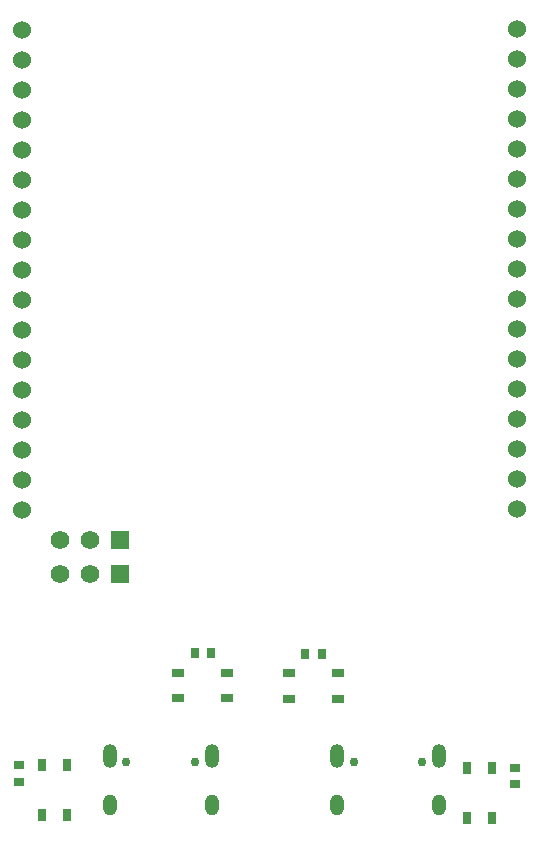
<source format=gbr>
%TF.GenerationSoftware,KiCad,Pcbnew,(6.0.2)*%
%TF.CreationDate,2022-08-25T15:18:49+08:00*%
%TF.ProjectId,ESP32S3_LCD_Card,45535033-3253-4335-9f4c-43445f436172,rev?*%
%TF.SameCoordinates,Original*%
%TF.FileFunction,Soldermask,Bot*%
%TF.FilePolarity,Negative*%
%FSLAX46Y46*%
G04 Gerber Fmt 4.6, Leading zero omitted, Abs format (unit mm)*
G04 Created by KiCad (PCBNEW (6.0.2)) date 2022-08-25 15:18:49*
%MOMM*%
%LPD*%
G01*
G04 APERTURE LIST*
%ADD10R,1.575000X1.575000*%
%ADD11C,1.575000*%
%ADD12C,0.750000*%
%ADD13O,1.200000X2.000000*%
%ADD14O,1.200000X1.800000*%
%ADD15C,1.524000*%
%ADD16R,0.800000X0.900000*%
%ADD17R,0.900000X0.800000*%
%ADD18R,0.700000X1.050000*%
%ADD19R,1.050000X0.700000*%
G04 APERTURE END LIST*
D10*
%TO.C,GND*%
X127776822Y-118812991D03*
D11*
X125236822Y-118812991D03*
X122696822Y-118812991D03*
%TD*%
D12*
%TO.C,USB*%
X134126822Y-137673991D03*
X128346822Y-137673991D03*
D13*
X126916822Y-137172991D03*
X135556822Y-137172991D03*
D14*
X126916822Y-141323991D03*
X135556822Y-141323991D03*
%TD*%
D12*
%TO.C,UART*%
X153376822Y-137673991D03*
X147596822Y-137673991D03*
D14*
X146166822Y-141323991D03*
D13*
X146166822Y-137172991D03*
X154806822Y-137172991D03*
D14*
X154806822Y-141323991D03*
%TD*%
D15*
%TO.C,H1*%
X119486822Y-116296991D03*
X119486822Y-113756991D03*
X119486822Y-111216991D03*
X119486822Y-108676991D03*
X119486822Y-106136991D03*
X119486822Y-103596991D03*
X119486822Y-101056991D03*
X119486822Y-98516991D03*
X119486822Y-95976991D03*
X119486822Y-93436991D03*
X119486822Y-90896991D03*
X119486822Y-88356991D03*
X119486822Y-85816991D03*
X119486822Y-83276991D03*
X119486822Y-80736991D03*
X119486822Y-78196991D03*
X119486822Y-75656991D03*
%TD*%
D10*
%TO.C,3V3*%
X127758593Y-121762991D03*
D11*
X125218593Y-121762991D03*
X122678593Y-121762991D03*
%TD*%
D15*
%TO.C,H2*%
X161417000Y-116197358D03*
X161417000Y-113657358D03*
X161417000Y-111117358D03*
X161417000Y-108577358D03*
X161417000Y-106037358D03*
X161417000Y-103497358D03*
X161417000Y-100957358D03*
X161417000Y-98417358D03*
X161417000Y-95877358D03*
X161417000Y-93337358D03*
X161417000Y-90797358D03*
X161417000Y-88257358D03*
X161417000Y-85717358D03*
X161417000Y-83177358D03*
X161417000Y-80637358D03*
X161417000Y-78097358D03*
X161417000Y-75557358D03*
%TD*%
D16*
%TO.C,C5*%
X135512582Y-128451669D03*
X134112582Y-128451669D03*
%TD*%
%TO.C,C7*%
X144886822Y-128462991D03*
X143486822Y-128462991D03*
%TD*%
D17*
%TO.C,C11*%
X161236822Y-138123435D03*
X161236822Y-139523435D03*
%TD*%
D18*
%TO.C,BOOT*%
X121161822Y-137912991D03*
X121161822Y-142112991D03*
X123311822Y-137912991D03*
X123311822Y-142112991D03*
%TD*%
%TO.C,RES*%
X159311822Y-142362991D03*
X159311822Y-138162991D03*
X157161822Y-142362991D03*
X157161822Y-138162991D03*
%TD*%
D17*
%TO.C,C10*%
X119286786Y-137908195D03*
X119286786Y-139308195D03*
%TD*%
D19*
%TO.C,KEY2*%
X142086822Y-132287991D03*
X146286822Y-132287991D03*
X142086822Y-130137991D03*
X146286822Y-130137991D03*
%TD*%
%TO.C,KEY1*%
X132686822Y-132237991D03*
X136886822Y-132237991D03*
X132686822Y-130087991D03*
X136886822Y-130087991D03*
%TD*%
M02*

</source>
